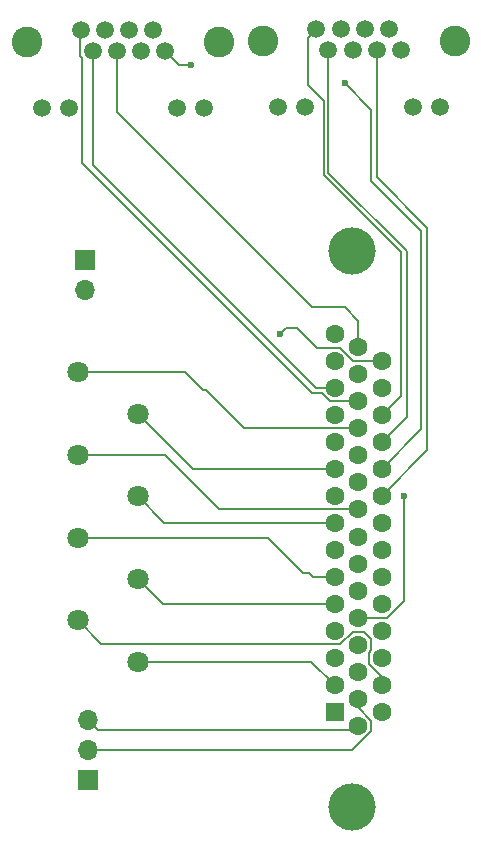
<source format=gtl>
G04 #@! TF.GenerationSoftware,KiCad,Pcbnew,8.0.4*
G04 #@! TF.CreationDate,2024-08-31T14:34:45+03:00*
G04 #@! TF.ProjectId,lichuan-lc10,6c696368-7561-46e2-9d6c-6331302e6b69,rev?*
G04 #@! TF.SameCoordinates,Original*
G04 #@! TF.FileFunction,Copper,L1,Top*
G04 #@! TF.FilePolarity,Positive*
%FSLAX46Y46*%
G04 Gerber Fmt 4.6, Leading zero omitted, Abs format (unit mm)*
G04 Created by KiCad (PCBNEW 8.0.4) date 2024-08-31 14:34:45*
%MOMM*%
%LPD*%
G01*
G04 APERTURE LIST*
G04 #@! TA.AperFunction,ComponentPad*
%ADD10R,1.700000X1.700000*%
G04 #@! TD*
G04 #@! TA.AperFunction,ComponentPad*
%ADD11O,1.700000X1.700000*%
G04 #@! TD*
G04 #@! TA.AperFunction,ComponentPad*
%ADD12C,1.500000*%
G04 #@! TD*
G04 #@! TA.AperFunction,ComponentPad*
%ADD13C,2.600000*%
G04 #@! TD*
G04 #@! TA.AperFunction,ComponentPad*
%ADD14C,1.800000*%
G04 #@! TD*
G04 #@! TA.AperFunction,ComponentPad*
%ADD15C,4.000000*%
G04 #@! TD*
G04 #@! TA.AperFunction,ComponentPad*
%ADD16R,1.600000X1.600000*%
G04 #@! TD*
G04 #@! TA.AperFunction,ComponentPad*
%ADD17C,1.600000*%
G04 #@! TD*
G04 #@! TA.AperFunction,ViaPad*
%ADD18C,0.600000*%
G04 #@! TD*
G04 #@! TA.AperFunction,Conductor*
%ADD19C,0.200000*%
G04 #@! TD*
G04 APERTURE END LIST*
D10*
G04 #@! TO.P,J4,1,Pin_1*
G04 #@! TO.N,/AI1*
X105500000Y-63000000D03*
D11*
G04 #@! TO.P,J4,2,Pin_2*
G04 #@! TO.N,/AI2*
X105500000Y-60460000D03*
G04 #@! TO.P,J4,3,Pin_3*
G04 #@! TO.N,/AGND*
X105500000Y-57920000D03*
G04 #@! TD*
D10*
G04 #@! TO.P,J5,1,Pin_1*
G04 #@! TO.N,/+24VO*
X105250000Y-18975000D03*
D11*
G04 #@! TO.P,J5,2,Pin_2*
G04 #@! TO.N,/COM-*
X105250000Y-21515000D03*
G04 #@! TD*
D12*
G04 #@! TO.P,J1,1*
G04 #@! TO.N,/STEP_P*
X124860000Y590000D03*
G04 #@! TO.P,J1,2*
G04 #@! TO.N,/STEP_N*
X125880000Y-1190000D03*
G04 #@! TO.P,J1,3*
G04 #@! TO.N,/DIR_P*
X126900000Y590000D03*
G04 #@! TO.P,J1,4*
G04 #@! TO.N,unconnected-(J1-Pad4)*
X127920000Y-1190000D03*
G04 #@! TO.P,J1,5*
G04 #@! TO.N,unconnected-(J1-Pad5)*
X128940000Y590000D03*
G04 #@! TO.P,J1,6*
G04 #@! TO.N,/DIR_N*
X129960000Y-1190000D03*
G04 #@! TO.P,J1,7*
G04 #@! TO.N,unconnected-(J1-Pad7)*
X130980000Y590000D03*
G04 #@! TO.P,J1,8*
G04 #@! TO.N,/SD_GND*
X132000000Y-1190000D03*
G04 #@! TO.P,J1,9*
G04 #@! TO.N,unconnected-(J1-Pad9)*
X121570000Y-6000000D03*
G04 #@! TO.P,J1,10*
G04 #@! TO.N,unconnected-(J1-Pad10)*
X123860000Y-6000000D03*
G04 #@! TO.P,J1,11*
G04 #@! TO.N,unconnected-(J1-Pad11)*
X133000000Y-6000000D03*
G04 #@! TO.P,J1,12*
G04 #@! TO.N,unconnected-(J1-Pad12)*
X135290000Y-6000000D03*
D13*
G04 #@! TO.P,J1,SH*
G04 #@! TO.N,Net-(JP1-A)*
X136560000Y-430000D03*
X120300000Y-430000D03*
G04 #@! TD*
D14*
G04 #@! TO.P,J3,1,Pin_1*
G04 #@! TO.N,/DO_BRAKE*
X104650000Y-28500000D03*
G04 #@! TO.P,J3,2,Pin_2*
G04 #@! TO.N,/DI_COM*
X109750000Y-32000000D03*
G04 #@! TO.P,J3,3,Pin_3*
G04 #@! TO.N,/DI_SON*
X104650000Y-35500000D03*
G04 #@! TO.P,J3,4,Pin_4*
G04 #@! TO.N,/DO_RDY*
X109750000Y-39000000D03*
G04 #@! TO.P,J3,5,Pin_5*
G04 #@! TO.N,/DO_IN_POS*
X104650000Y-42500000D03*
G04 #@! TO.P,J3,6,Pin_6*
G04 #@! TO.N,/DO_COM*
X109750000Y-46000000D03*
G04 #@! TO.P,J3,7,Pin_7*
G04 #@! TO.N,/DI_ESTOP*
X104650000Y-49500000D03*
G04 #@! TO.P,J3,8,Pin_8*
G04 #@! TO.N,/DO_FAULT*
X109750000Y-53000000D03*
G04 #@! TD*
D15*
G04 #@! TO.P,U1,0*
G04 #@! TO.N,N/C*
X127829669Y-65300000D03*
X127829669Y-18200000D03*
D16*
G04 #@! TO.P,U1,1,DOxB*
G04 #@! TO.N,/DO_COM*
X126409669Y-57275000D03*
D17*
G04 #@! TO.P,U1,2,DO4A/FAULT*
G04 #@! TO.N,/DO_FAULT*
X126409669Y-54985000D03*
G04 #@! TO.P,U1,3,DO3B*
G04 #@! TO.N,/DO_COM*
X126409669Y-52695000D03*
G04 #@! TO.P,U1,4,DO3A/ZERO_VEL*
G04 #@! TO.N,unconnected-(U1-DO3A{slash}ZERO_VEL-Pad4)*
X126409669Y-50405000D03*
G04 #@! TO.P,U1,5,DO2B*
G04 #@! TO.N,/DO_COM*
X126409669Y-48115000D03*
G04 #@! TO.P,U1,6,DO2A/IN_POS*
G04 #@! TO.N,/DO_IN_POS*
X126409669Y-45825000D03*
G04 #@! TO.P,U1,7,DO1B*
G04 #@! TO.N,/DO_COM*
X126409669Y-43535000D03*
G04 #@! TO.P,U1,8,DO1A/RDY*
G04 #@! TO.N,/DO_RDY*
X126409669Y-41245000D03*
G04 #@! TO.P,U1,9,DO5B*
G04 #@! TO.N,/DO_COM*
X126409669Y-38955000D03*
G04 #@! TO.P,U1,10,DICOM*
G04 #@! TO.N,/DI_COM*
X126409669Y-36665000D03*
G04 #@! TO.P,U1,11,COM-*
G04 #@! TO.N,/COM-*
X126409669Y-34375000D03*
G04 #@! TO.P,U1,12,COM-*
X126409669Y-32085000D03*
G04 #@! TO.P,U1,13,OA-*
G04 #@! TO.N,/ENC_A_N*
X126409669Y-29795000D03*
G04 #@! TO.P,U1,14,OB-*
G04 #@! TO.N,/ENC_B_N*
X126409669Y-27505000D03*
G04 #@! TO.P,U1,15,OZ-*
G04 #@! TO.N,/ENC_Z_N*
X126409669Y-25215000D03*
G04 #@! TO.P,U1,16,AGND*
G04 #@! TO.N,/AGND*
X128389669Y-58420000D03*
G04 #@! TO.P,U1,17,AI2*
G04 #@! TO.N,/AI2*
X128389669Y-56130000D03*
G04 #@! TO.P,U1,18,AGND*
G04 #@! TO.N,/AGND*
X128389669Y-53840000D03*
G04 #@! TO.P,U1,19,AI1*
G04 #@! TO.N,/AI1*
X128389669Y-51550000D03*
G04 #@! TO.P,U1,20,GND*
G04 #@! TO.N,/ENC_GND*
X128389669Y-49260000D03*
G04 #@! TO.P,U1,21,DI4/ALM_RST*
G04 #@! TO.N,unconnected-(U1-DI4{slash}ALM_RST-Pad21)*
X128389669Y-46970000D03*
G04 #@! TO.P,U1,22,DI3/LIM-*
G04 #@! TO.N,unconnected-(U1-DI3{slash}LIM--Pad22)*
X128389669Y-44680000D03*
G04 #@! TO.P,U1,23,DI2/LIM+*
G04 #@! TO.N,unconnected-(U1-DI2{slash}LIM+-Pad23)*
X128389669Y-42390000D03*
G04 #@! TO.P,U1,24,DI1/SON*
G04 #@! TO.N,/DI_SON*
X128389669Y-40100000D03*
G04 #@! TO.P,U1,25,DO5A/HOME*
G04 #@! TO.N,unconnected-(U1-DO5A{slash}HOME-Pad25)*
X128389669Y-37810000D03*
G04 #@! TO.P,U1,26,DO6B*
G04 #@! TO.N,/DO_COM*
X128389669Y-35520000D03*
G04 #@! TO.P,U1,27,DO6A/BRAKE*
G04 #@! TO.N,/DO_BRAKE*
X128389669Y-33230000D03*
G04 #@! TO.P,U1,28,OA+*
G04 #@! TO.N,/ENC_A_P*
X128389669Y-30940000D03*
G04 #@! TO.P,U1,29,OB+*
G04 #@! TO.N,/ENC_B_P*
X128389669Y-28650000D03*
G04 #@! TO.P,U1,30,OZ+*
G04 #@! TO.N,/ENC_Z_P*
X128389669Y-26360000D03*
G04 #@! TO.P,U1,31,DI7/HOME_SW*
G04 #@! TO.N,unconnected-(U1-DI7{slash}HOME_SW-Pad31)*
X130369669Y-57275000D03*
G04 #@! TO.P,U1,32,DI6/ESTOP*
G04 #@! TO.N,/DI_ESTOP*
X130369669Y-54985000D03*
G04 #@! TO.P,U1,33,DI5/SPEED_DIR*
G04 #@! TO.N,unconnected-(U1-DI5{slash}SPEED_DIR-Pad33)*
X130369669Y-52695000D03*
G04 #@! TO.P,U1,34*
G04 #@! TO.N,unconnected-(U1-Pad34)*
X130369669Y-50405000D03*
G04 #@! TO.P,U1,35*
G04 #@! TO.N,unconnected-(U1-Pad35)*
X130369669Y-48115000D03*
G04 #@! TO.P,U1,36,CZ-*
G04 #@! TO.N,unconnected-(U1-CZ--Pad36)*
X130369669Y-45825000D03*
G04 #@! TO.P,U1,37,CZ+*
G04 #@! TO.N,unconnected-(U1-CZ+-Pad37)*
X130369669Y-43535000D03*
G04 #@! TO.P,U1,38,OPC*
G04 #@! TO.N,Net-(JP2-A)*
X130369669Y-41245000D03*
G04 #@! TO.P,U1,39,DIR-*
G04 #@! TO.N,/DIR_N*
X130369669Y-38955000D03*
G04 #@! TO.P,U1,40,DIR+*
G04 #@! TO.N,/DIR_P*
X130369669Y-36665000D03*
G04 #@! TO.P,U1,41,PUL-*
G04 #@! TO.N,/STEP_N*
X130369669Y-34375000D03*
G04 #@! TO.P,U1,42,PUL+*
G04 #@! TO.N,/STEP_P*
X130369669Y-32085000D03*
G04 #@! TO.P,U1,43,DI8/HOMING_START*
G04 #@! TO.N,unconnected-(U1-DI8{slash}HOMING_START-Pad43)*
X130369669Y-29795000D03*
G04 #@! TO.P,U1,44,+24VO*
G04 #@! TO.N,/+24VO*
X130369669Y-27505000D03*
G04 #@! TD*
D12*
G04 #@! TO.P,J2,1*
G04 #@! TO.N,/ENC_A_P*
X104900000Y500000D03*
G04 #@! TO.P,J2,2*
G04 #@! TO.N,/ENC_A_N*
X105920000Y-1280000D03*
G04 #@! TO.P,J2,3*
G04 #@! TO.N,/ENC_B_P*
X106940000Y500000D03*
G04 #@! TO.P,J2,4*
G04 #@! TO.N,/ENC_Z_P*
X107960000Y-1280000D03*
G04 #@! TO.P,J2,5*
G04 #@! TO.N,/ENC_Z_N*
X108980000Y500000D03*
G04 #@! TO.P,J2,6*
G04 #@! TO.N,/ENC_B_N*
X110000000Y-1280000D03*
G04 #@! TO.P,J2,7*
G04 #@! TO.N,unconnected-(J2-Pad7)*
X111020000Y500000D03*
G04 #@! TO.P,J2,8*
G04 #@! TO.N,/ENC_GND*
X112040000Y-1280000D03*
G04 #@! TO.P,J2,9*
G04 #@! TO.N,unconnected-(J2-Pad9)*
X101610000Y-6090000D03*
G04 #@! TO.P,J2,10*
G04 #@! TO.N,unconnected-(J2-Pad10)*
X103900000Y-6090000D03*
G04 #@! TO.P,J2,11*
G04 #@! TO.N,unconnected-(J2-Pad11)*
X113040000Y-6090000D03*
G04 #@! TO.P,J2,12*
G04 #@! TO.N,unconnected-(J2-Pad12)*
X115330000Y-6090000D03*
D13*
G04 #@! TO.P,J2,SH*
G04 #@! TO.N,Net-(JP3-A)*
X116600000Y-520000D03*
X100340000Y-520000D03*
G04 #@! TD*
D18*
G04 #@! TO.N,/DIR_P*
X127250000Y-4000000D03*
G04 #@! TO.N,/ENC_GND*
X132250000Y-39000000D03*
X114250000Y-2500000D03*
G04 #@! TO.N,/+24VO*
X121750000Y-25250000D03*
G04 #@! TD*
D19*
G04 #@! TO.N,/DIR_P*
X133750000Y-33284669D02*
X133750000Y-16500000D01*
X129500000Y-6250000D02*
X127250000Y-4000000D01*
X129500000Y-12250000D02*
X129500000Y-6250000D01*
X130369669Y-36665000D02*
X133750000Y-33284669D01*
X133750000Y-16500000D02*
X129500000Y-12250000D01*
G04 #@! TO.N,/STEP_N*
X132500000Y-18250000D02*
X132500000Y-32244669D01*
X132500000Y-32244669D02*
X130369669Y-34375000D01*
X125880000Y-11630000D02*
X132500000Y-18250000D01*
X125880000Y-1190000D02*
X125880000Y-11630000D01*
G04 #@! TO.N,/DIR_N*
X129960000Y-11960000D02*
X129960000Y-1190000D01*
X134250000Y-35074669D02*
X134250000Y-16250000D01*
X134250000Y-16250000D02*
X129960000Y-11960000D01*
X130369669Y-38955000D02*
X134250000Y-35074669D01*
G04 #@! TO.N,/STEP_P*
X130369669Y-32085000D02*
X132000000Y-30454669D01*
X125480000Y-5500000D02*
X124110000Y-4130000D01*
X132000000Y-30454669D02*
X132000000Y-18315686D01*
X125480000Y-11795686D02*
X125480000Y-5500000D01*
X124110000Y-160000D02*
X124860000Y590000D01*
X124110000Y-4130000D02*
X124110000Y-160000D01*
X132000000Y-18315686D02*
X125480000Y-11795686D01*
G04 #@! TO.N,/ENC_GND*
X132250000Y-47880304D02*
X130825304Y-49305000D01*
X128434669Y-49305000D02*
X128389669Y-49260000D01*
X130825304Y-49305000D02*
X128434669Y-49305000D01*
X114250000Y-2500000D02*
X113260000Y-2500000D01*
X113260000Y-2500000D02*
X112040000Y-1280000D01*
X132250000Y-39000000D02*
X132250000Y-47880304D01*
G04 #@! TO.N,/ENC_A_N*
X124795000Y-29795000D02*
X126409669Y-29795000D01*
X105920000Y-1280000D02*
X105920000Y-10920000D01*
X105920000Y-10920000D02*
X124795000Y-29795000D01*
G04 #@! TO.N,/ENC_A_P*
X104870000Y-1714925D02*
X105000000Y-1844925D01*
X104870000Y470000D02*
X104870000Y-1714925D01*
X125309669Y-30250635D02*
X125999034Y-30940000D01*
X105000000Y-10750000D02*
X124500635Y-30250635D01*
X105000000Y-1844925D02*
X105000000Y-10750000D01*
X124500635Y-30250635D02*
X125309669Y-30250635D01*
X104900000Y500000D02*
X104870000Y470000D01*
X125999034Y-30940000D02*
X128389669Y-30940000D01*
G04 #@! TO.N,/ENC_Z_P*
X107960000Y-1280000D02*
X107960000Y-6460000D01*
X124500000Y-23000000D02*
X127250000Y-23000000D01*
X127250000Y-23000000D02*
X128389669Y-24139669D01*
X107960000Y-6460000D02*
X124500000Y-23000000D01*
X128389669Y-24139669D02*
X128389669Y-26360000D01*
G04 #@! TO.N,/DO_IN_POS*
X124250000Y-45500000D02*
X124575000Y-45825000D01*
X104650000Y-42500000D02*
X120750000Y-42500000D01*
X124575000Y-45825000D02*
X126409669Y-45825000D01*
X123750000Y-45500000D02*
X124250000Y-45500000D01*
X120750000Y-42500000D02*
X123750000Y-45500000D01*
G04 #@! TO.N,/DO_BRAKE*
X118730000Y-33230000D02*
X115500000Y-30000000D01*
X128389669Y-33230000D02*
X118730000Y-33230000D01*
X115250000Y-30000000D02*
X113750000Y-28500000D01*
X115500000Y-30000000D02*
X115250000Y-30000000D01*
X113750000Y-28500000D02*
X104650000Y-28500000D01*
G04 #@! TO.N,/DI_SON*
X128389669Y-40100000D02*
X116600000Y-40100000D01*
X116600000Y-40100000D02*
X112000000Y-35500000D01*
X112000000Y-35500000D02*
X104650000Y-35500000D01*
G04 #@! TO.N,/DI_ESTOP*
X126865304Y-51505000D02*
X106655000Y-51505000D01*
X130369669Y-54985000D02*
X130369669Y-54264365D01*
X127920304Y-50450000D02*
X126865304Y-51505000D01*
X129489669Y-52010331D02*
X129489669Y-51094365D01*
X129269669Y-52230331D02*
X129489669Y-52010331D01*
X130369669Y-54264365D02*
X129269669Y-53164365D01*
X129489669Y-51094365D02*
X128845304Y-50450000D01*
X128845304Y-50450000D02*
X127920304Y-50450000D01*
X106655000Y-51505000D02*
X104650000Y-49500000D01*
X129269669Y-53164365D02*
X129269669Y-52230331D01*
G04 #@! TO.N,/DO_FAULT*
X124424669Y-53000000D02*
X126409669Y-54985000D01*
X109750000Y-53000000D02*
X124424669Y-53000000D01*
G04 #@! TO.N,/DO_COM*
X109750000Y-46000000D02*
X111865000Y-48115000D01*
X111865000Y-48115000D02*
X126409669Y-48115000D01*
G04 #@! TO.N,/DI_COM*
X109750000Y-32000000D02*
X114415000Y-36665000D01*
X114415000Y-36665000D02*
X126409669Y-36665000D01*
G04 #@! TO.N,/DO_RDY*
X111995000Y-41245000D02*
X126409669Y-41245000D01*
X109750000Y-39000000D02*
X111995000Y-41245000D01*
G04 #@! TO.N,/AGND*
X106350000Y-58770000D02*
X128039669Y-58770000D01*
X128039669Y-58770000D02*
X128389669Y-58420000D01*
X105500000Y-57920000D02*
X106350000Y-58770000D01*
G04 #@! TO.N,/+24VO*
X130369669Y-27505000D02*
X127965304Y-27505000D01*
X124905000Y-26405000D02*
X123250000Y-24750000D01*
X127965304Y-27505000D02*
X126865304Y-26405000D01*
X126865304Y-26405000D02*
X124905000Y-26405000D01*
X123250000Y-24750000D02*
X122250000Y-24750000D01*
X122250000Y-24750000D02*
X121750000Y-25250000D01*
G04 #@! TO.N,/AI2*
X128389669Y-56864365D02*
X129500000Y-57974696D01*
X128389669Y-56130000D02*
X128389669Y-56864365D01*
X129500000Y-57974696D02*
X129500000Y-58865304D01*
X127905304Y-60460000D02*
X105500000Y-60460000D01*
X129500000Y-58865304D02*
X127905304Y-60460000D01*
G04 #@! TD*
M02*

</source>
